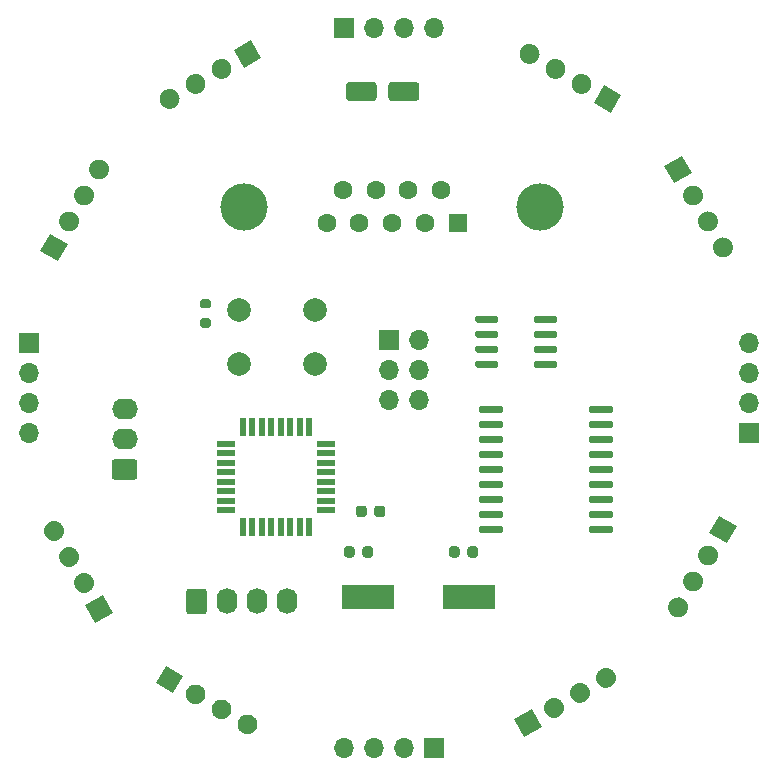
<source format=gbr>
%TF.GenerationSoftware,KiCad,Pcbnew,5.1.9+dfsg1-1+deb11u1*%
%TF.CreationDate,2022-11-12T21:31:23+01:00*%
%TF.ProjectId,ultrasonic_board,756c7472-6173-46f6-9e69-635f626f6172,rev?*%
%TF.SameCoordinates,PX8b48bd0PY4eb9cf0*%
%TF.FileFunction,Soldermask,Top*%
%TF.FilePolarity,Negative*%
%FSLAX46Y46*%
G04 Gerber Fmt 4.6, Leading zero omitted, Abs format (unit mm)*
G04 Created by KiCad (PCBNEW 5.1.9+dfsg1-1+deb11u1) date 2022-11-12 21:31:23*
%MOMM*%
%LPD*%
G01*
G04 APERTURE LIST*
%ADD10C,2.000000*%
%ADD11O,2.190000X1.740000*%
%ADD12R,1.700000X1.700000*%
%ADD13O,1.700000X1.700000*%
%ADD14O,1.740000X2.190000*%
%ADD15C,0.100000*%
%ADD16R,1.600000X0.550000*%
%ADD17R,0.550000X1.600000*%
%ADD18R,4.500000X2.000000*%
%ADD19R,1.600000X1.600000*%
%ADD20C,1.600000*%
%ADD21C,4.000000*%
G04 APERTURE END LIST*
D10*
%TO.C,RESET*%
X-12700000Y2104000D03*
X-12700000Y6604000D03*
X-6200000Y2104000D03*
X-6200000Y6604000D03*
%TD*%
%TO.C,C1*%
G36*
G01*
X7575000Y-13593000D02*
X7575000Y-14093000D01*
G75*
G02*
X7350000Y-14318000I-225000J0D01*
G01*
X6900000Y-14318000D01*
G75*
G02*
X6675000Y-14093000I0J225000D01*
G01*
X6675000Y-13593000D01*
G75*
G02*
X6900000Y-13368000I225000J0D01*
G01*
X7350000Y-13368000D01*
G75*
G02*
X7575000Y-13593000I0J-225000D01*
G01*
G37*
G36*
G01*
X6025000Y-13593000D02*
X6025000Y-14093000D01*
G75*
G02*
X5800000Y-14318000I-225000J0D01*
G01*
X5350000Y-14318000D01*
G75*
G02*
X5125000Y-14093000I0J225000D01*
G01*
X5125000Y-13593000D01*
G75*
G02*
X5350000Y-13368000I225000J0D01*
G01*
X5800000Y-13368000D01*
G75*
G02*
X6025000Y-13593000I0J-225000D01*
G01*
G37*
%TD*%
%TO.C,C2*%
G36*
G01*
X-2865000Y-13593000D02*
X-2865000Y-14093000D01*
G75*
G02*
X-3090000Y-14318000I-225000J0D01*
G01*
X-3540000Y-14318000D01*
G75*
G02*
X-3765000Y-14093000I0J225000D01*
G01*
X-3765000Y-13593000D01*
G75*
G02*
X-3540000Y-13368000I225000J0D01*
G01*
X-3090000Y-13368000D01*
G75*
G02*
X-2865000Y-13593000I0J-225000D01*
G01*
G37*
G36*
G01*
X-1315000Y-13593000D02*
X-1315000Y-14093000D01*
G75*
G02*
X-1540000Y-14318000I-225000J0D01*
G01*
X-1990000Y-14318000D01*
G75*
G02*
X-2215000Y-14093000I0J225000D01*
G01*
X-2215000Y-13593000D01*
G75*
G02*
X-1990000Y-13368000I225000J0D01*
G01*
X-1540000Y-13368000D01*
G75*
G02*
X-1315000Y-13593000I0J-225000D01*
G01*
G37*
%TD*%
%TO.C,C3*%
G36*
G01*
X-3608000Y24596000D02*
X-3608000Y25696000D01*
G75*
G02*
X-3358000Y25946000I250000J0D01*
G01*
X-1258000Y25946000D01*
G75*
G02*
X-1008000Y25696000I0J-250000D01*
G01*
X-1008000Y24596000D01*
G75*
G02*
X-1258000Y24346000I-250000J0D01*
G01*
X-3358000Y24346000D01*
G75*
G02*
X-3608000Y24596000I0J250000D01*
G01*
G37*
G36*
G01*
X-8000Y24596000D02*
X-8000Y25696000D01*
G75*
G02*
X242000Y25946000I250000J0D01*
G01*
X2342000Y25946000D01*
G75*
G02*
X2592000Y25696000I0J-250000D01*
G01*
X2592000Y24596000D01*
G75*
G02*
X2342000Y24346000I-250000J0D01*
G01*
X242000Y24346000D01*
G75*
G02*
X-8000Y24596000I0J250000D01*
G01*
G37*
%TD*%
%TO.C,C4*%
G36*
G01*
X-2749000Y-10664000D02*
X-2749000Y-10164000D01*
G75*
G02*
X-2524000Y-9939000I225000J0D01*
G01*
X-2074000Y-9939000D01*
G75*
G02*
X-1849000Y-10164000I0J-225000D01*
G01*
X-1849000Y-10664000D01*
G75*
G02*
X-2074000Y-10889000I-225000J0D01*
G01*
X-2524000Y-10889000D01*
G75*
G02*
X-2749000Y-10664000I0J225000D01*
G01*
G37*
G36*
G01*
X-1199000Y-10664000D02*
X-1199000Y-10164000D01*
G75*
G02*
X-974000Y-9939000I225000J0D01*
G01*
X-524000Y-9939000D01*
G75*
G02*
X-299000Y-10164000I0J-225000D01*
G01*
X-299000Y-10664000D01*
G75*
G02*
X-524000Y-10889000I-225000J0D01*
G01*
X-974000Y-10889000D01*
G75*
G02*
X-1199000Y-10664000I0J225000D01*
G01*
G37*
%TD*%
%TO.C,LED*%
G36*
G01*
X-21506999Y-7728000D02*
X-23197001Y-7728000D01*
G75*
G02*
X-23447000Y-7478001I0J249999D01*
G01*
X-23447000Y-6237999D01*
G75*
G02*
X-23197001Y-5988000I249999J0D01*
G01*
X-21506999Y-5988000D01*
G75*
G02*
X-21257000Y-6237999I0J-249999D01*
G01*
X-21257000Y-7478001D01*
G75*
G02*
X-21506999Y-7728000I-249999J0D01*
G01*
G37*
D11*
X-22352000Y-4318000D03*
X-22352000Y-1778000D03*
%TD*%
D12*
%TO.C,J2*%
X0Y4064000D03*
D13*
X2540000Y4064000D03*
X0Y1524000D03*
X2540000Y1524000D03*
X0Y-1016000D03*
X2540000Y-1016000D03*
%TD*%
%TO.C,I2C*%
G36*
G01*
X-17126000Y-18879001D02*
X-17126000Y-17188999D01*
G75*
G02*
X-16876001Y-16939000I249999J0D01*
G01*
X-15635999Y-16939000D01*
G75*
G02*
X-15386000Y-17188999I0J-249999D01*
G01*
X-15386000Y-18879001D01*
G75*
G02*
X-15635999Y-19129000I-249999J0D01*
G01*
X-16876001Y-19129000D01*
G75*
G02*
X-17126000Y-18879001I0J249999D01*
G01*
G37*
D14*
X-13716000Y-18034000D03*
X-11176000Y-18034000D03*
X-8636000Y-18034000D03*
%TD*%
D13*
%TO.C,U.S. 0 (T)*%
X30480000Y3810000D03*
X30480000Y1270000D03*
X30480000Y-1270000D03*
D12*
X30480000Y-3810000D03*
%TD*%
D15*
%TO.C,U.S. 1 (B)*%
G36*
X24199878Y17380878D02*
G01*
X23349878Y18853122D01*
X24822122Y19703122D01*
X25672122Y18230878D01*
X24199878Y17380878D01*
G37*
G36*
G01*
X25044878Y15917295D02*
X25044878Y15917295D01*
G75*
G02*
X25356000Y17078417I736122J425000D01*
G01*
X25356000Y17078417D01*
G75*
G02*
X26517122Y16767295I425000J-736122D01*
G01*
X26517122Y16767295D01*
G75*
G02*
X26206000Y15606173I-736122J-425000D01*
G01*
X26206000Y15606173D01*
G75*
G02*
X25044878Y15917295I-425000J736122D01*
G01*
G37*
G36*
G01*
X26314878Y13717591D02*
X26314878Y13717591D01*
G75*
G02*
X26626000Y14878713I736122J425000D01*
G01*
X26626000Y14878713D01*
G75*
G02*
X27787122Y14567591I425000J-736122D01*
G01*
X27787122Y14567591D01*
G75*
G02*
X27476000Y13406469I-736122J-425000D01*
G01*
X27476000Y13406469D01*
G75*
G02*
X26314878Y13717591I-425000J736122D01*
G01*
G37*
G36*
G01*
X27584878Y11517886D02*
X27584878Y11517886D01*
G75*
G02*
X27896000Y12679008I736122J425000D01*
G01*
X27896000Y12679008D01*
G75*
G02*
X29057122Y12367886I425000J-736122D01*
G01*
X29057122Y12367886D01*
G75*
G02*
X28746000Y11206764I-736122J-425000D01*
G01*
X28746000Y11206764D01*
G75*
G02*
X27584878Y11517886I-425000J736122D01*
G01*
G37*
%TD*%
%TO.C,U.S. 2 (T)*%
G36*
X18230878Y25672122D02*
G01*
X19703122Y24822122D01*
X18853122Y23349878D01*
X17380878Y24199878D01*
X18230878Y25672122D01*
G37*
G36*
G01*
X16767295Y26517122D02*
X16767295Y26517122D01*
G75*
G02*
X17078417Y25356000I-425000J-736122D01*
G01*
X17078417Y25356000D01*
G75*
G02*
X15917295Y25044878I-736122J425000D01*
G01*
X15917295Y25044878D01*
G75*
G02*
X15606173Y26206000I425000J736122D01*
G01*
X15606173Y26206000D01*
G75*
G02*
X16767295Y26517122I736122J-425000D01*
G01*
G37*
G36*
G01*
X14567591Y27787122D02*
X14567591Y27787122D01*
G75*
G02*
X14878713Y26626000I-425000J-736122D01*
G01*
X14878713Y26626000D01*
G75*
G02*
X13717591Y26314878I-736122J425000D01*
G01*
X13717591Y26314878D01*
G75*
G02*
X13406469Y27476000I425000J736122D01*
G01*
X13406469Y27476000D01*
G75*
G02*
X14567591Y27787122I736122J-425000D01*
G01*
G37*
G36*
G01*
X12367886Y29057122D02*
X12367886Y29057122D01*
G75*
G02*
X12679008Y27896000I-425000J-736122D01*
G01*
X12679008Y27896000D01*
G75*
G02*
X11517886Y27584878I-736122J425000D01*
G01*
X11517886Y27584878D01*
G75*
G02*
X11206764Y28746000I425000J736122D01*
G01*
X11206764Y28746000D01*
G75*
G02*
X12367886Y29057122I736122J-425000D01*
G01*
G37*
%TD*%
D13*
%TO.C,U.S. 3 (B)*%
X3810000Y30480000D03*
X1270000Y30480000D03*
X-1270000Y30480000D03*
D12*
X-3810000Y30480000D03*
%TD*%
%TO.C,U.S. 4 (T)*%
G36*
G01*
X-18962114Y25247122D02*
X-18962114Y25247122D01*
G75*
G02*
X-17800992Y24936000I425000J-736122D01*
G01*
X-17800992Y24936000D01*
G75*
G02*
X-18112114Y23774878I-736122J-425000D01*
G01*
X-18112114Y23774878D01*
G75*
G02*
X-19273236Y24086000I-425000J736122D01*
G01*
X-19273236Y24086000D01*
G75*
G02*
X-18962114Y25247122I736122J425000D01*
G01*
G37*
G36*
G01*
X-16762409Y26517122D02*
X-16762409Y26517122D01*
G75*
G02*
X-15601287Y26206000I425000J-736122D01*
G01*
X-15601287Y26206000D01*
G75*
G02*
X-15912409Y25044878I-736122J-425000D01*
G01*
X-15912409Y25044878D01*
G75*
G02*
X-17073531Y25356000I-425000J736122D01*
G01*
X-17073531Y25356000D01*
G75*
G02*
X-16762409Y26517122I736122J425000D01*
G01*
G37*
G36*
G01*
X-14562705Y27787122D02*
X-14562705Y27787122D01*
G75*
G02*
X-13401583Y27476000I425000J-736122D01*
G01*
X-13401583Y27476000D01*
G75*
G02*
X-13712705Y26314878I-736122J-425000D01*
G01*
X-13712705Y26314878D01*
G75*
G02*
X-14873827Y26626000I-425000J736122D01*
G01*
X-14873827Y26626000D01*
G75*
G02*
X-14562705Y27787122I736122J425000D01*
G01*
G37*
D15*
G36*
X-13099122Y28632122D02*
G01*
X-11626878Y29482122D01*
X-10776878Y28009878D01*
X-12249122Y27159878D01*
X-13099122Y28632122D01*
G37*
%TD*%
%TO.C,U.S. 5 (B)*%
G36*
X-27159878Y12249122D02*
G01*
X-28009878Y10776878D01*
X-29482122Y11626878D01*
X-28632122Y13099122D01*
X-27159878Y12249122D01*
G37*
G36*
G01*
X-26314878Y13712705D02*
X-26314878Y13712705D01*
G75*
G02*
X-27476000Y13401583I-736122J425000D01*
G01*
X-27476000Y13401583D01*
G75*
G02*
X-27787122Y14562705I425000J736122D01*
G01*
X-27787122Y14562705D01*
G75*
G02*
X-26626000Y14873827I736122J-425000D01*
G01*
X-26626000Y14873827D01*
G75*
G02*
X-26314878Y13712705I-425000J-736122D01*
G01*
G37*
G36*
G01*
X-25044878Y15912409D02*
X-25044878Y15912409D01*
G75*
G02*
X-26206000Y15601287I-736122J425000D01*
G01*
X-26206000Y15601287D01*
G75*
G02*
X-26517122Y16762409I425000J736122D01*
G01*
X-26517122Y16762409D01*
G75*
G02*
X-25356000Y17073531I736122J-425000D01*
G01*
X-25356000Y17073531D01*
G75*
G02*
X-25044878Y15912409I-425000J-736122D01*
G01*
G37*
G36*
G01*
X-23774878Y18112114D02*
X-23774878Y18112114D01*
G75*
G02*
X-24936000Y17800992I-736122J425000D01*
G01*
X-24936000Y17800992D01*
G75*
G02*
X-25247122Y18962114I425000J736122D01*
G01*
X-25247122Y18962114D01*
G75*
G02*
X-24086000Y19273236I736122J-425000D01*
G01*
X-24086000Y19273236D01*
G75*
G02*
X-23774878Y18112114I-425000J-736122D01*
G01*
G37*
%TD*%
D12*
%TO.C,U.S. 6 (T)*%
X-30480000Y3810000D03*
D13*
X-30480000Y1270000D03*
X-30480000Y-1270000D03*
X-30480000Y-3810000D03*
%TD*%
%TO.C,U.S. 7 (B)*%
G36*
G01*
X-27584878Y-11644886D02*
X-27584878Y-11644886D01*
G75*
G02*
X-27896000Y-12806008I-736122J-425000D01*
G01*
X-27896000Y-12806008D01*
G75*
G02*
X-29057122Y-12494886I-425000J736122D01*
G01*
X-29057122Y-12494886D01*
G75*
G02*
X-28746000Y-11333764I736122J425000D01*
G01*
X-28746000Y-11333764D01*
G75*
G02*
X-27584878Y-11644886I425000J-736122D01*
G01*
G37*
G36*
G01*
X-26314878Y-13844591D02*
X-26314878Y-13844591D01*
G75*
G02*
X-26626000Y-15005713I-736122J-425000D01*
G01*
X-26626000Y-15005713D01*
G75*
G02*
X-27787122Y-14694591I-425000J736122D01*
G01*
X-27787122Y-14694591D01*
G75*
G02*
X-27476000Y-13533469I736122J425000D01*
G01*
X-27476000Y-13533469D01*
G75*
G02*
X-26314878Y-13844591I425000J-736122D01*
G01*
G37*
G36*
G01*
X-25044878Y-16044295D02*
X-25044878Y-16044295D01*
G75*
G02*
X-25356000Y-17205417I-736122J-425000D01*
G01*
X-25356000Y-17205417D01*
G75*
G02*
X-26517122Y-16894295I-425000J736122D01*
G01*
X-26517122Y-16894295D01*
G75*
G02*
X-26206000Y-15733173I736122J425000D01*
G01*
X-26206000Y-15733173D01*
G75*
G02*
X-25044878Y-16044295I425000J-736122D01*
G01*
G37*
D15*
G36*
X-24199878Y-17507878D02*
G01*
X-23349878Y-18980122D01*
X-24822122Y-19830122D01*
X-25672122Y-18357878D01*
X-24199878Y-17507878D01*
G37*
%TD*%
%TO.C,U.S. 8 (T)*%
G36*
X-18230878Y-25799122D02*
G01*
X-19703122Y-24949122D01*
X-18853122Y-23476878D01*
X-17380878Y-24326878D01*
X-18230878Y-25799122D01*
G37*
G36*
G01*
X-16767295Y-26644122D02*
X-16767295Y-26644122D01*
G75*
G02*
X-17078417Y-25483000I425000J736122D01*
G01*
X-17078417Y-25483000D01*
G75*
G02*
X-15917295Y-25171878I736122J-425000D01*
G01*
X-15917295Y-25171878D01*
G75*
G02*
X-15606173Y-26333000I-425000J-736122D01*
G01*
X-15606173Y-26333000D01*
G75*
G02*
X-16767295Y-26644122I-736122J425000D01*
G01*
G37*
G36*
G01*
X-14567591Y-27914122D02*
X-14567591Y-27914122D01*
G75*
G02*
X-14878713Y-26753000I425000J736122D01*
G01*
X-14878713Y-26753000D01*
G75*
G02*
X-13717591Y-26441878I736122J-425000D01*
G01*
X-13717591Y-26441878D01*
G75*
G02*
X-13406469Y-27603000I-425000J-736122D01*
G01*
X-13406469Y-27603000D01*
G75*
G02*
X-14567591Y-27914122I-736122J425000D01*
G01*
G37*
G36*
G01*
X-12367886Y-29184122D02*
X-12367886Y-29184122D01*
G75*
G02*
X-12679008Y-28023000I425000J736122D01*
G01*
X-12679008Y-28023000D01*
G75*
G02*
X-11517886Y-27711878I736122J-425000D01*
G01*
X-11517886Y-27711878D01*
G75*
G02*
X-11206764Y-28873000I-425000J-736122D01*
G01*
X-11206764Y-28873000D01*
G75*
G02*
X-12367886Y-29184122I-736122J425000D01*
G01*
G37*
%TD*%
D12*
%TO.C,U.S. 9 (B)*%
X3810000Y-30480000D03*
D13*
X1270000Y-30480000D03*
X-1270000Y-30480000D03*
X-3810000Y-30480000D03*
%TD*%
%TO.C,U.S. 10 (T)*%
G36*
G01*
X18835114Y-25247122D02*
X18835114Y-25247122D01*
G75*
G02*
X17673992Y-24936000I-425000J736122D01*
G01*
X17673992Y-24936000D01*
G75*
G02*
X17985114Y-23774878I736122J425000D01*
G01*
X17985114Y-23774878D01*
G75*
G02*
X19146236Y-24086000I425000J-736122D01*
G01*
X19146236Y-24086000D01*
G75*
G02*
X18835114Y-25247122I-736122J-425000D01*
G01*
G37*
G36*
G01*
X16635409Y-26517122D02*
X16635409Y-26517122D01*
G75*
G02*
X15474287Y-26206000I-425000J736122D01*
G01*
X15474287Y-26206000D01*
G75*
G02*
X15785409Y-25044878I736122J425000D01*
G01*
X15785409Y-25044878D01*
G75*
G02*
X16946531Y-25356000I425000J-736122D01*
G01*
X16946531Y-25356000D01*
G75*
G02*
X16635409Y-26517122I-736122J-425000D01*
G01*
G37*
G36*
G01*
X14435705Y-27787122D02*
X14435705Y-27787122D01*
G75*
G02*
X13274583Y-27476000I-425000J736122D01*
G01*
X13274583Y-27476000D01*
G75*
G02*
X13585705Y-26314878I736122J425000D01*
G01*
X13585705Y-26314878D01*
G75*
G02*
X14746827Y-26626000I425000J-736122D01*
G01*
X14746827Y-26626000D01*
G75*
G02*
X14435705Y-27787122I-736122J-425000D01*
G01*
G37*
D15*
G36*
X12972122Y-28632122D02*
G01*
X11499878Y-29482122D01*
X10649878Y-28009878D01*
X12122122Y-27159878D01*
X12972122Y-28632122D01*
G37*
%TD*%
%TO.C,U.S. 11 (B)*%
G36*
G01*
X23774878Y-18112114D02*
X23774878Y-18112114D01*
G75*
G02*
X24936000Y-17800992I736122J-425000D01*
G01*
X24936000Y-17800992D01*
G75*
G02*
X25247122Y-18962114I-425000J-736122D01*
G01*
X25247122Y-18962114D01*
G75*
G02*
X24086000Y-19273236I-736122J425000D01*
G01*
X24086000Y-19273236D01*
G75*
G02*
X23774878Y-18112114I425000J736122D01*
G01*
G37*
G36*
G01*
X25044878Y-15912409D02*
X25044878Y-15912409D01*
G75*
G02*
X26206000Y-15601287I736122J-425000D01*
G01*
X26206000Y-15601287D01*
G75*
G02*
X26517122Y-16762409I-425000J-736122D01*
G01*
X26517122Y-16762409D01*
G75*
G02*
X25356000Y-17073531I-736122J425000D01*
G01*
X25356000Y-17073531D01*
G75*
G02*
X25044878Y-15912409I425000J736122D01*
G01*
G37*
G36*
G01*
X26314878Y-13712705D02*
X26314878Y-13712705D01*
G75*
G02*
X27476000Y-13401583I736122J-425000D01*
G01*
X27476000Y-13401583D01*
G75*
G02*
X27787122Y-14562705I-425000J-736122D01*
G01*
X27787122Y-14562705D01*
G75*
G02*
X26626000Y-14873827I-736122J425000D01*
G01*
X26626000Y-14873827D01*
G75*
G02*
X26314878Y-13712705I425000J736122D01*
G01*
G37*
G36*
X27159878Y-12249122D02*
G01*
X28009878Y-10776878D01*
X29482122Y-11626878D01*
X28632122Y-13099122D01*
X27159878Y-12249122D01*
G37*
%TD*%
%TO.C,R1*%
G36*
G01*
X-15769000Y7575000D02*
X-15219000Y7575000D01*
G75*
G02*
X-15019000Y7375000I0J-200000D01*
G01*
X-15019000Y6975000D01*
G75*
G02*
X-15219000Y6775000I-200000J0D01*
G01*
X-15769000Y6775000D01*
G75*
G02*
X-15969000Y6975000I0J200000D01*
G01*
X-15969000Y7375000D01*
G75*
G02*
X-15769000Y7575000I200000J0D01*
G01*
G37*
G36*
G01*
X-15769000Y5925000D02*
X-15219000Y5925000D01*
G75*
G02*
X-15019000Y5725000I0J-200000D01*
G01*
X-15019000Y5325000D01*
G75*
G02*
X-15219000Y5125000I-200000J0D01*
G01*
X-15769000Y5125000D01*
G75*
G02*
X-15969000Y5325000I0J200000D01*
G01*
X-15969000Y5725000D01*
G75*
G02*
X-15769000Y5925000I200000J0D01*
G01*
G37*
%TD*%
D16*
%TO.C,U1*%
X-5275000Y-10293000D03*
X-5275000Y-9493000D03*
X-5275000Y-8693000D03*
X-5275000Y-7893000D03*
X-5275000Y-7093000D03*
X-5275000Y-6293000D03*
X-5275000Y-5493000D03*
X-5275000Y-4693000D03*
D17*
X-6725000Y-3243000D03*
X-7525000Y-3243000D03*
X-8325000Y-3243000D03*
X-9125000Y-3243000D03*
X-9925000Y-3243000D03*
X-10725000Y-3243000D03*
X-11525000Y-3243000D03*
X-12325000Y-3243000D03*
D16*
X-13775000Y-4693000D03*
X-13775000Y-5493000D03*
X-13775000Y-6293000D03*
X-13775000Y-7093000D03*
X-13775000Y-7893000D03*
X-13775000Y-8693000D03*
X-13775000Y-9493000D03*
X-13775000Y-10293000D03*
D17*
X-12325000Y-11743000D03*
X-11525000Y-11743000D03*
X-10725000Y-11743000D03*
X-9925000Y-11743000D03*
X-9125000Y-11743000D03*
X-8325000Y-11743000D03*
X-7525000Y-11743000D03*
X-6725000Y-11743000D03*
%TD*%
D18*
%TO.C,XTAL*%
X6790000Y-17653000D03*
X-1710000Y-17653000D03*
%TD*%
D19*
%TO.C,CAN*%
X5842000Y13970000D03*
D20*
X3072000Y13970000D03*
X302000Y13970000D03*
X-2468000Y13970000D03*
X-5238000Y13970000D03*
X4457000Y16810000D03*
X1687000Y16810000D03*
X-1083000Y16810000D03*
X-3853000Y16810000D03*
D21*
X12802000Y15390000D03*
X-12198000Y15390000D03*
%TD*%
%TO.C,U2*%
G36*
G01*
X7660000Y-1928000D02*
X7660000Y-1628000D01*
G75*
G02*
X7810000Y-1478000I150000J0D01*
G01*
X9560000Y-1478000D01*
G75*
G02*
X9710000Y-1628000I0J-150000D01*
G01*
X9710000Y-1928000D01*
G75*
G02*
X9560000Y-2078000I-150000J0D01*
G01*
X7810000Y-2078000D01*
G75*
G02*
X7660000Y-1928000I0J150000D01*
G01*
G37*
G36*
G01*
X7660000Y-3198000D02*
X7660000Y-2898000D01*
G75*
G02*
X7810000Y-2748000I150000J0D01*
G01*
X9560000Y-2748000D01*
G75*
G02*
X9710000Y-2898000I0J-150000D01*
G01*
X9710000Y-3198000D01*
G75*
G02*
X9560000Y-3348000I-150000J0D01*
G01*
X7810000Y-3348000D01*
G75*
G02*
X7660000Y-3198000I0J150000D01*
G01*
G37*
G36*
G01*
X7660000Y-4468000D02*
X7660000Y-4168000D01*
G75*
G02*
X7810000Y-4018000I150000J0D01*
G01*
X9560000Y-4018000D01*
G75*
G02*
X9710000Y-4168000I0J-150000D01*
G01*
X9710000Y-4468000D01*
G75*
G02*
X9560000Y-4618000I-150000J0D01*
G01*
X7810000Y-4618000D01*
G75*
G02*
X7660000Y-4468000I0J150000D01*
G01*
G37*
G36*
G01*
X7660000Y-5738000D02*
X7660000Y-5438000D01*
G75*
G02*
X7810000Y-5288000I150000J0D01*
G01*
X9560000Y-5288000D01*
G75*
G02*
X9710000Y-5438000I0J-150000D01*
G01*
X9710000Y-5738000D01*
G75*
G02*
X9560000Y-5888000I-150000J0D01*
G01*
X7810000Y-5888000D01*
G75*
G02*
X7660000Y-5738000I0J150000D01*
G01*
G37*
G36*
G01*
X7660000Y-7008000D02*
X7660000Y-6708000D01*
G75*
G02*
X7810000Y-6558000I150000J0D01*
G01*
X9560000Y-6558000D01*
G75*
G02*
X9710000Y-6708000I0J-150000D01*
G01*
X9710000Y-7008000D01*
G75*
G02*
X9560000Y-7158000I-150000J0D01*
G01*
X7810000Y-7158000D01*
G75*
G02*
X7660000Y-7008000I0J150000D01*
G01*
G37*
G36*
G01*
X7660000Y-8278000D02*
X7660000Y-7978000D01*
G75*
G02*
X7810000Y-7828000I150000J0D01*
G01*
X9560000Y-7828000D01*
G75*
G02*
X9710000Y-7978000I0J-150000D01*
G01*
X9710000Y-8278000D01*
G75*
G02*
X9560000Y-8428000I-150000J0D01*
G01*
X7810000Y-8428000D01*
G75*
G02*
X7660000Y-8278000I0J150000D01*
G01*
G37*
G36*
G01*
X7660000Y-9548000D02*
X7660000Y-9248000D01*
G75*
G02*
X7810000Y-9098000I150000J0D01*
G01*
X9560000Y-9098000D01*
G75*
G02*
X9710000Y-9248000I0J-150000D01*
G01*
X9710000Y-9548000D01*
G75*
G02*
X9560000Y-9698000I-150000J0D01*
G01*
X7810000Y-9698000D01*
G75*
G02*
X7660000Y-9548000I0J150000D01*
G01*
G37*
G36*
G01*
X7660000Y-10818000D02*
X7660000Y-10518000D01*
G75*
G02*
X7810000Y-10368000I150000J0D01*
G01*
X9560000Y-10368000D01*
G75*
G02*
X9710000Y-10518000I0J-150000D01*
G01*
X9710000Y-10818000D01*
G75*
G02*
X9560000Y-10968000I-150000J0D01*
G01*
X7810000Y-10968000D01*
G75*
G02*
X7660000Y-10818000I0J150000D01*
G01*
G37*
G36*
G01*
X7660000Y-12088000D02*
X7660000Y-11788000D01*
G75*
G02*
X7810000Y-11638000I150000J0D01*
G01*
X9560000Y-11638000D01*
G75*
G02*
X9710000Y-11788000I0J-150000D01*
G01*
X9710000Y-12088000D01*
G75*
G02*
X9560000Y-12238000I-150000J0D01*
G01*
X7810000Y-12238000D01*
G75*
G02*
X7660000Y-12088000I0J150000D01*
G01*
G37*
G36*
G01*
X16960000Y-12088000D02*
X16960000Y-11788000D01*
G75*
G02*
X17110000Y-11638000I150000J0D01*
G01*
X18860000Y-11638000D01*
G75*
G02*
X19010000Y-11788000I0J-150000D01*
G01*
X19010000Y-12088000D01*
G75*
G02*
X18860000Y-12238000I-150000J0D01*
G01*
X17110000Y-12238000D01*
G75*
G02*
X16960000Y-12088000I0J150000D01*
G01*
G37*
G36*
G01*
X16960000Y-10818000D02*
X16960000Y-10518000D01*
G75*
G02*
X17110000Y-10368000I150000J0D01*
G01*
X18860000Y-10368000D01*
G75*
G02*
X19010000Y-10518000I0J-150000D01*
G01*
X19010000Y-10818000D01*
G75*
G02*
X18860000Y-10968000I-150000J0D01*
G01*
X17110000Y-10968000D01*
G75*
G02*
X16960000Y-10818000I0J150000D01*
G01*
G37*
G36*
G01*
X16960000Y-9548000D02*
X16960000Y-9248000D01*
G75*
G02*
X17110000Y-9098000I150000J0D01*
G01*
X18860000Y-9098000D01*
G75*
G02*
X19010000Y-9248000I0J-150000D01*
G01*
X19010000Y-9548000D01*
G75*
G02*
X18860000Y-9698000I-150000J0D01*
G01*
X17110000Y-9698000D01*
G75*
G02*
X16960000Y-9548000I0J150000D01*
G01*
G37*
G36*
G01*
X16960000Y-8278000D02*
X16960000Y-7978000D01*
G75*
G02*
X17110000Y-7828000I150000J0D01*
G01*
X18860000Y-7828000D01*
G75*
G02*
X19010000Y-7978000I0J-150000D01*
G01*
X19010000Y-8278000D01*
G75*
G02*
X18860000Y-8428000I-150000J0D01*
G01*
X17110000Y-8428000D01*
G75*
G02*
X16960000Y-8278000I0J150000D01*
G01*
G37*
G36*
G01*
X16960000Y-7008000D02*
X16960000Y-6708000D01*
G75*
G02*
X17110000Y-6558000I150000J0D01*
G01*
X18860000Y-6558000D01*
G75*
G02*
X19010000Y-6708000I0J-150000D01*
G01*
X19010000Y-7008000D01*
G75*
G02*
X18860000Y-7158000I-150000J0D01*
G01*
X17110000Y-7158000D01*
G75*
G02*
X16960000Y-7008000I0J150000D01*
G01*
G37*
G36*
G01*
X16960000Y-5738000D02*
X16960000Y-5438000D01*
G75*
G02*
X17110000Y-5288000I150000J0D01*
G01*
X18860000Y-5288000D01*
G75*
G02*
X19010000Y-5438000I0J-150000D01*
G01*
X19010000Y-5738000D01*
G75*
G02*
X18860000Y-5888000I-150000J0D01*
G01*
X17110000Y-5888000D01*
G75*
G02*
X16960000Y-5738000I0J150000D01*
G01*
G37*
G36*
G01*
X16960000Y-4468000D02*
X16960000Y-4168000D01*
G75*
G02*
X17110000Y-4018000I150000J0D01*
G01*
X18860000Y-4018000D01*
G75*
G02*
X19010000Y-4168000I0J-150000D01*
G01*
X19010000Y-4468000D01*
G75*
G02*
X18860000Y-4618000I-150000J0D01*
G01*
X17110000Y-4618000D01*
G75*
G02*
X16960000Y-4468000I0J150000D01*
G01*
G37*
G36*
G01*
X16960000Y-3198000D02*
X16960000Y-2898000D01*
G75*
G02*
X17110000Y-2748000I150000J0D01*
G01*
X18860000Y-2748000D01*
G75*
G02*
X19010000Y-2898000I0J-150000D01*
G01*
X19010000Y-3198000D01*
G75*
G02*
X18860000Y-3348000I-150000J0D01*
G01*
X17110000Y-3348000D01*
G75*
G02*
X16960000Y-3198000I0J150000D01*
G01*
G37*
G36*
G01*
X16960000Y-1928000D02*
X16960000Y-1628000D01*
G75*
G02*
X17110000Y-1478000I150000J0D01*
G01*
X18860000Y-1478000D01*
G75*
G02*
X19010000Y-1628000I0J-150000D01*
G01*
X19010000Y-1928000D01*
G75*
G02*
X18860000Y-2078000I-150000J0D01*
G01*
X17110000Y-2078000D01*
G75*
G02*
X16960000Y-1928000I0J150000D01*
G01*
G37*
%TD*%
%TO.C,U3*%
G36*
G01*
X7345000Y5692000D02*
X7345000Y5992000D01*
G75*
G02*
X7495000Y6142000I150000J0D01*
G01*
X9145000Y6142000D01*
G75*
G02*
X9295000Y5992000I0J-150000D01*
G01*
X9295000Y5692000D01*
G75*
G02*
X9145000Y5542000I-150000J0D01*
G01*
X7495000Y5542000D01*
G75*
G02*
X7345000Y5692000I0J150000D01*
G01*
G37*
G36*
G01*
X7345000Y4422000D02*
X7345000Y4722000D01*
G75*
G02*
X7495000Y4872000I150000J0D01*
G01*
X9145000Y4872000D01*
G75*
G02*
X9295000Y4722000I0J-150000D01*
G01*
X9295000Y4422000D01*
G75*
G02*
X9145000Y4272000I-150000J0D01*
G01*
X7495000Y4272000D01*
G75*
G02*
X7345000Y4422000I0J150000D01*
G01*
G37*
G36*
G01*
X7345000Y3152000D02*
X7345000Y3452000D01*
G75*
G02*
X7495000Y3602000I150000J0D01*
G01*
X9145000Y3602000D01*
G75*
G02*
X9295000Y3452000I0J-150000D01*
G01*
X9295000Y3152000D01*
G75*
G02*
X9145000Y3002000I-150000J0D01*
G01*
X7495000Y3002000D01*
G75*
G02*
X7345000Y3152000I0J150000D01*
G01*
G37*
G36*
G01*
X7345000Y1882000D02*
X7345000Y2182000D01*
G75*
G02*
X7495000Y2332000I150000J0D01*
G01*
X9145000Y2332000D01*
G75*
G02*
X9295000Y2182000I0J-150000D01*
G01*
X9295000Y1882000D01*
G75*
G02*
X9145000Y1732000I-150000J0D01*
G01*
X7495000Y1732000D01*
G75*
G02*
X7345000Y1882000I0J150000D01*
G01*
G37*
G36*
G01*
X12295000Y1882000D02*
X12295000Y2182000D01*
G75*
G02*
X12445000Y2332000I150000J0D01*
G01*
X14095000Y2332000D01*
G75*
G02*
X14245000Y2182000I0J-150000D01*
G01*
X14245000Y1882000D01*
G75*
G02*
X14095000Y1732000I-150000J0D01*
G01*
X12445000Y1732000D01*
G75*
G02*
X12295000Y1882000I0J150000D01*
G01*
G37*
G36*
G01*
X12295000Y3152000D02*
X12295000Y3452000D01*
G75*
G02*
X12445000Y3602000I150000J0D01*
G01*
X14095000Y3602000D01*
G75*
G02*
X14245000Y3452000I0J-150000D01*
G01*
X14245000Y3152000D01*
G75*
G02*
X14095000Y3002000I-150000J0D01*
G01*
X12445000Y3002000D01*
G75*
G02*
X12295000Y3152000I0J150000D01*
G01*
G37*
G36*
G01*
X12295000Y4422000D02*
X12295000Y4722000D01*
G75*
G02*
X12445000Y4872000I150000J0D01*
G01*
X14095000Y4872000D01*
G75*
G02*
X14245000Y4722000I0J-150000D01*
G01*
X14245000Y4422000D01*
G75*
G02*
X14095000Y4272000I-150000J0D01*
G01*
X12445000Y4272000D01*
G75*
G02*
X12295000Y4422000I0J150000D01*
G01*
G37*
G36*
G01*
X12295000Y5692000D02*
X12295000Y5992000D01*
G75*
G02*
X12445000Y6142000I150000J0D01*
G01*
X14095000Y6142000D01*
G75*
G02*
X14245000Y5992000I0J-150000D01*
G01*
X14245000Y5692000D01*
G75*
G02*
X14095000Y5542000I-150000J0D01*
G01*
X12445000Y5542000D01*
G75*
G02*
X12295000Y5692000I0J150000D01*
G01*
G37*
%TD*%
M02*

</source>
